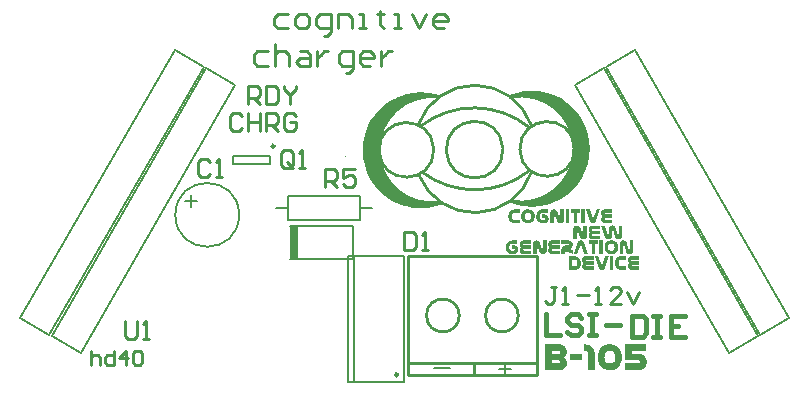
<source format=gto>
%FSLAX44Y44*%
%MOMM*%
G71*
G01*
G75*
%ADD10C,0.2540*%
%ADD11R,0.6500X0.9000*%
%ADD12R,0.8000X0.9000*%
%ADD13C,1.2000*%
%ADD14C,0.8000*%
%ADD15C,0.7000*%
%ADD16C,0.2000*%
%ADD17C,1.4000*%
%ADD18C,2.0000*%
%ADD19R,2.0000X2.0000*%
%ADD20C,1.5240*%
%ADD21R,1.0000X1.0000*%
%ADD22C,1.0000*%
%ADD23C,1.6000*%
%ADD24R,1.6000X1.6000*%
%ADD25C,1.2000*%
%ADD26C,0.8000*%
%ADD27O,0.6000X2.2000*%
%ADD28R,0.9000X0.8000*%
%ADD29C,0.5000*%
%ADD30C,0.2500*%
%ADD31C,0.0250*%
%ADD32C,0.4000*%
%ADD33C,0.1500*%
%ADD34R,0.8000X2.8000*%
G36*
X174233Y141323D02*
X168146D01*
X168029Y141304D01*
X167893Y141245D01*
X167756Y141128D01*
X167737Y141089D01*
X167678Y140991D01*
X167600Y140855D01*
X167581Y140679D01*
Y140660D01*
Y140640D01*
X167600Y140523D01*
X167639Y140367D01*
X167737Y140211D01*
X167776Y140192D01*
X167854Y140133D01*
X168010Y140055D01*
X168205Y140036D01*
X174233D01*
Y137051D01*
X168146D01*
X168029Y137032D01*
X167893Y136973D01*
X167756Y136856D01*
X167737Y136817D01*
X167678Y136739D01*
X167600Y136583D01*
X167581Y136388D01*
Y136368D01*
Y136349D01*
X167600Y136212D01*
X167659Y136056D01*
X167756Y135900D01*
X167795Y135881D01*
X167873Y135822D01*
X168029Y135744D01*
X168205Y135725D01*
X174233D01*
Y132740D01*
X167639D01*
X167503Y132760D01*
X167307Y132779D01*
X167093Y132799D01*
X166859Y132857D01*
X166625Y132916D01*
X166391Y132994D01*
X166371Y133013D01*
X166293Y133052D01*
X166176Y133111D01*
X166040Y133189D01*
X165884Y133286D01*
X165708Y133423D01*
X165552Y133559D01*
X165396Y133715D01*
X165376Y133735D01*
X165337Y133793D01*
X165259Y133891D01*
X165181Y134008D01*
X165084Y134164D01*
X164986Y134359D01*
X164889Y134554D01*
X164791Y134769D01*
Y134788D01*
X164752Y134886D01*
X164732Y135003D01*
X164694Y135159D01*
X164655Y135354D01*
X164615Y135569D01*
X164596Y135803D01*
X164576Y136056D01*
Y136076D01*
Y136115D01*
Y136173D01*
X164596Y136251D01*
X164615Y136466D01*
X164655Y136700D01*
Y136720D01*
X164674Y136758D01*
X164694Y136837D01*
X164713Y136915D01*
X164791Y137129D01*
X164889Y137383D01*
Y137402D01*
X164928Y137441D01*
X164967Y137519D01*
X165006Y137597D01*
X165142Y137812D01*
X165318Y138046D01*
X165337Y138066D01*
X165357Y138104D01*
X165415Y138163D01*
X165493Y138222D01*
X165669Y138397D01*
X165903Y138573D01*
X165864Y138592D01*
X165786Y138651D01*
X165649Y138748D01*
X165493Y138885D01*
X165318Y139060D01*
X165162Y139255D01*
X165006Y139489D01*
X164869Y139743D01*
X164850Y139782D01*
X164830Y139860D01*
X164791Y140016D01*
X164732Y140211D01*
X164674Y140445D01*
X164635Y140699D01*
X164615Y140991D01*
X164596Y141284D01*
Y141304D01*
Y141382D01*
X164615Y141499D01*
Y141655D01*
X164655Y141830D01*
X164694Y142025D01*
X164732Y142220D01*
X164811Y142435D01*
X164830Y142455D01*
X164850Y142533D01*
X164908Y142630D01*
X164986Y142767D01*
X165181Y143079D01*
X165454Y143391D01*
X165474Y143410D01*
X165532Y143469D01*
X165610Y143527D01*
X165727Y143625D01*
X165884Y143742D01*
X166040Y143840D01*
X166235Y143957D01*
X166449Y144054D01*
X166469Y144074D01*
X166547Y144093D01*
X166683Y144132D01*
X166839Y144191D01*
X167034Y144230D01*
X167249Y144269D01*
X167503Y144288D01*
X167776Y144308D01*
X174233D01*
Y141323D01*
D02*
G37*
G36*
X160402Y134340D02*
Y134320D01*
X160382Y134301D01*
X160343Y134184D01*
X160265Y134028D01*
X160148Y133832D01*
X160012Y133618D01*
X159836Y133403D01*
X159641Y133208D01*
X159407Y133033D01*
X159368Y133013D01*
X159290Y132974D01*
X159153Y132916D01*
X158958Y132837D01*
X158744Y132760D01*
X158471Y132701D01*
X158178Y132662D01*
X157846Y132642D01*
X157690D01*
X157515Y132662D01*
X157281Y132701D01*
X157027Y132740D01*
X156754Y132818D01*
X156481Y132916D01*
X156227Y133052D01*
X156208Y133072D01*
X156110Y133130D01*
X155993Y133228D01*
X155857Y133364D01*
X155701Y133540D01*
X155545Y133774D01*
X155389Y134028D01*
X155272Y134340D01*
X151760Y144308D01*
X154920D01*
X157827Y135920D01*
X160753Y144308D01*
X163933D01*
X160402Y134340D01*
D02*
G37*
G36*
X146786Y141323D02*
X144367D01*
Y132740D01*
X141382D01*
Y141323D01*
X138807D01*
Y144308D01*
X146786D01*
Y141323D01*
D02*
G37*
G36*
X150921Y132740D02*
X147937D01*
Y144308D01*
X150921D01*
Y132740D01*
D02*
G37*
G36*
X142331Y104688D02*
X142448D01*
X142584Y104669D01*
X142936Y104610D01*
X143326Y104532D01*
X143774Y104396D01*
X144262Y104220D01*
X144750Y103986D01*
X145238Y103674D01*
X145491Y103498D01*
X145725Y103303D01*
X145959Y103069D01*
X146174Y102835D01*
X146388Y102562D01*
X146583Y102269D01*
X146759Y101957D01*
X146915Y101606D01*
X147052Y101236D01*
X147169Y100845D01*
X147266Y100416D01*
X147344Y99948D01*
X147383Y99460D01*
X147403Y98934D01*
Y98895D01*
Y98797D01*
Y98660D01*
X147383Y98446D01*
X147364Y98212D01*
X147325Y97939D01*
X147286Y97627D01*
X147227Y97295D01*
X147169Y96944D01*
X147071Y96573D01*
X146954Y96222D01*
X146837Y95851D01*
X146662Y95500D01*
X146486Y95169D01*
X146271Y94857D01*
X146037Y94564D01*
X146018Y94544D01*
X145979Y94506D01*
X145901Y94427D01*
X145784Y94349D01*
X145647Y94232D01*
X145471Y94115D01*
X145276Y93979D01*
X145042Y93862D01*
X144769Y93725D01*
X144477Y93589D01*
X144145Y93472D01*
X143794Y93355D01*
X143423Y93277D01*
X142994Y93198D01*
X142545Y93160D01*
X142077Y93140D01*
X137220D01*
Y104708D01*
X142233D01*
X142331Y104688D01*
D02*
G37*
G36*
X186085Y101723D02*
X181092D01*
X180936Y101684D01*
X180721Y101645D01*
X180487Y101567D01*
X180253Y101450D01*
X180038Y101274D01*
X179843Y101060D01*
X179824Y101021D01*
X179765Y100943D01*
X179687Y100767D01*
X179609Y100533D01*
X179531Y100241D01*
X179453Y99851D01*
X179414Y99636D01*
X179395Y99402D01*
X179375Y99148D01*
Y98875D01*
Y98836D01*
Y98758D01*
X179395Y98622D01*
X179414Y98446D01*
X179434Y98231D01*
X179473Y97997D01*
X179531Y97763D01*
X179609Y97510D01*
X179707Y97236D01*
X179824Y97002D01*
X179980Y96768D01*
X180155Y96554D01*
X180370Y96378D01*
X180623Y96242D01*
X180897Y96164D01*
X181228Y96125D01*
X186085D01*
Y93140D01*
X181560D01*
X181462Y93160D01*
X181345D01*
X181209Y93179D01*
X180877Y93237D01*
X180467Y93316D01*
X180019Y93452D01*
X179531Y93628D01*
X179043Y93862D01*
X178556Y94174D01*
X178302Y94349D01*
X178068Y94564D01*
X177834Y94779D01*
X177619Y95032D01*
X177405Y95286D01*
X177229Y95578D01*
X177034Y95910D01*
X176878Y96242D01*
X176742Y96612D01*
X176625Y97022D01*
X176527Y97451D01*
X176449Y97919D01*
X176410Y98407D01*
X176390Y98934D01*
Y98973D01*
Y99070D01*
Y99207D01*
X176410Y99402D01*
X176430Y99655D01*
X176469Y99929D01*
X176507Y100241D01*
X176566Y100572D01*
X176722Y101274D01*
X176820Y101626D01*
X176956Y101996D01*
X177112Y102328D01*
X177288Y102679D01*
X177483Y102991D01*
X177717Y103264D01*
X177736Y103284D01*
X177775Y103323D01*
X177854Y103401D01*
X177971Y103498D01*
X178107Y103596D01*
X178283Y103713D01*
X178478Y103849D01*
X178731Y103986D01*
X178985Y104123D01*
X179277Y104259D01*
X179609Y104376D01*
X179980Y104474D01*
X180370Y104571D01*
X180780Y104649D01*
X181228Y104688D01*
X181716Y104708D01*
X186085D01*
Y101723D01*
D02*
G37*
G36*
X196971D02*
X190884D01*
X190767Y101704D01*
X190631Y101645D01*
X190494Y101528D01*
X190475Y101489D01*
X190416Y101391D01*
X190338Y101255D01*
X190319Y101079D01*
Y101060D01*
Y101040D01*
X190338Y100923D01*
X190377Y100767D01*
X190475Y100611D01*
X190514Y100592D01*
X190592Y100533D01*
X190748Y100455D01*
X190943Y100436D01*
X196971D01*
Y97451D01*
X190884D01*
X190767Y97432D01*
X190631Y97373D01*
X190494Y97256D01*
X190475Y97217D01*
X190416Y97139D01*
X190338Y96983D01*
X190319Y96788D01*
Y96768D01*
Y96749D01*
X190338Y96612D01*
X190397Y96456D01*
X190494Y96300D01*
X190533Y96281D01*
X190611Y96222D01*
X190767Y96144D01*
X190943Y96125D01*
X196971D01*
Y93140D01*
X190377D01*
X190241Y93160D01*
X190046Y93179D01*
X189831Y93198D01*
X189597Y93257D01*
X189363Y93316D01*
X189129Y93394D01*
X189109Y93413D01*
X189031Y93452D01*
X188914Y93511D01*
X188778Y93589D01*
X188622Y93686D01*
X188446Y93823D01*
X188290Y93959D01*
X188134Y94115D01*
X188114Y94135D01*
X188075Y94193D01*
X187997Y94291D01*
X187919Y94408D01*
X187822Y94564D01*
X187724Y94759D01*
X187627Y94954D01*
X187529Y95169D01*
Y95188D01*
X187490Y95286D01*
X187470Y95403D01*
X187432Y95559D01*
X187393Y95754D01*
X187353Y95969D01*
X187334Y96203D01*
X187314Y96456D01*
Y96476D01*
Y96515D01*
Y96573D01*
X187334Y96651D01*
X187353Y96866D01*
X187393Y97100D01*
Y97120D01*
X187412Y97158D01*
X187432Y97236D01*
X187451Y97315D01*
X187529Y97529D01*
X187627Y97783D01*
Y97802D01*
X187666Y97841D01*
X187705Y97919D01*
X187744Y97997D01*
X187880Y98212D01*
X188056Y98446D01*
X188075Y98465D01*
X188095Y98504D01*
X188153Y98563D01*
X188231Y98622D01*
X188407Y98797D01*
X188641Y98973D01*
X188602Y98992D01*
X188524Y99051D01*
X188387Y99148D01*
X188231Y99285D01*
X188056Y99460D01*
X187900Y99655D01*
X187744Y99889D01*
X187607Y100143D01*
X187588Y100182D01*
X187568Y100260D01*
X187529Y100416D01*
X187470Y100611D01*
X187412Y100845D01*
X187373Y101099D01*
X187353Y101391D01*
X187334Y101684D01*
Y101704D01*
Y101782D01*
X187353Y101899D01*
Y102055D01*
X187393Y102230D01*
X187432Y102425D01*
X187470Y102620D01*
X187549Y102835D01*
X187568Y102855D01*
X187588Y102933D01*
X187646Y103030D01*
X187724Y103167D01*
X187919Y103479D01*
X188192Y103791D01*
X188212Y103810D01*
X188270Y103869D01*
X188348Y103927D01*
X188465Y104025D01*
X188622Y104142D01*
X188778Y104240D01*
X188973Y104357D01*
X189187Y104454D01*
X189207Y104474D01*
X189285Y104493D01*
X189421Y104532D01*
X189577Y104591D01*
X189772Y104630D01*
X189987Y104669D01*
X190241Y104688D01*
X190514Y104708D01*
X196971D01*
Y101723D01*
D02*
G37*
G36*
X158210D02*
X152123D01*
X152007Y101704D01*
X151870Y101645D01*
X151733Y101528D01*
X151714Y101489D01*
X151655Y101391D01*
X151577Y101255D01*
X151558Y101079D01*
Y101060D01*
Y101040D01*
X151577Y100923D01*
X151616Y100767D01*
X151714Y100611D01*
X151753Y100592D01*
X151831Y100533D01*
X151987Y100455D01*
X152182Y100436D01*
X158210D01*
Y97451D01*
X152123D01*
X152007Y97432D01*
X151870Y97373D01*
X151733Y97256D01*
X151714Y97217D01*
X151655Y97139D01*
X151577Y96983D01*
X151558Y96788D01*
Y96768D01*
Y96749D01*
X151577Y96612D01*
X151636Y96456D01*
X151733Y96300D01*
X151772Y96281D01*
X151850Y96222D01*
X152007Y96144D01*
X152182Y96125D01*
X158210D01*
Y93140D01*
X151616D01*
X151480Y93160D01*
X151285Y93179D01*
X151070Y93198D01*
X150836Y93257D01*
X150602Y93316D01*
X150368Y93394D01*
X150348Y93413D01*
X150270Y93452D01*
X150153Y93511D01*
X150017Y93589D01*
X149861Y93686D01*
X149685Y93823D01*
X149529Y93959D01*
X149373Y94115D01*
X149354Y94135D01*
X149314Y94193D01*
X149236Y94291D01*
X149158Y94408D01*
X149061Y94564D01*
X148963Y94759D01*
X148866Y94954D01*
X148768Y95169D01*
Y95188D01*
X148729Y95286D01*
X148710Y95403D01*
X148671Y95559D01*
X148632Y95754D01*
X148593Y95969D01*
X148573Y96203D01*
X148554Y96456D01*
Y96476D01*
Y96515D01*
Y96573D01*
X148573Y96651D01*
X148593Y96866D01*
X148632Y97100D01*
Y97120D01*
X148651Y97158D01*
X148671Y97236D01*
X148690Y97315D01*
X148768Y97529D01*
X148866Y97783D01*
Y97802D01*
X148905Y97841D01*
X148944Y97919D01*
X148983Y97997D01*
X149119Y98212D01*
X149295Y98446D01*
X149314Y98465D01*
X149334Y98504D01*
X149392Y98563D01*
X149471Y98622D01*
X149646Y98797D01*
X149880Y98973D01*
X149841Y98992D01*
X149763Y99051D01*
X149627Y99148D01*
X149471Y99285D01*
X149295Y99460D01*
X149139Y99655D01*
X148983Y99889D01*
X148846Y100143D01*
X148827Y100182D01*
X148807Y100260D01*
X148768Y100416D01*
X148710Y100611D01*
X148651Y100845D01*
X148612Y101099D01*
X148593Y101391D01*
X148573Y101684D01*
Y101704D01*
Y101782D01*
X148593Y101899D01*
Y102055D01*
X148632Y102230D01*
X148671Y102425D01*
X148710Y102620D01*
X148788Y102835D01*
X148807Y102855D01*
X148827Y102933D01*
X148885Y103030D01*
X148963Y103167D01*
X149158Y103479D01*
X149431Y103791D01*
X149451Y103810D01*
X149509Y103869D01*
X149588Y103927D01*
X149705Y104025D01*
X149861Y104142D01*
X150017Y104240D01*
X150212Y104357D01*
X150426Y104454D01*
X150446Y104474D01*
X150524Y104493D01*
X150660Y104532D01*
X150816Y104591D01*
X151012Y104630D01*
X151226Y104669D01*
X151480Y104688D01*
X151753Y104708D01*
X158210D01*
Y101723D01*
D02*
G37*
G36*
X175064Y93140D02*
X172079D01*
Y104708D01*
X175064D01*
Y93140D01*
D02*
G37*
G36*
X137656Y132740D02*
X134672D01*
Y144308D01*
X137656D01*
Y132740D01*
D02*
G37*
G36*
X172507Y30169D02*
X172730D01*
X172990Y30132D01*
X173621Y30020D01*
X174400Y29872D01*
X175254Y29612D01*
X176144Y29278D01*
X177109Y28833D01*
X178037Y28276D01*
X178519Y27905D01*
X178965Y27534D01*
X179410Y27126D01*
X179818Y26643D01*
X180226Y26124D01*
X180597Y25604D01*
X180931Y24973D01*
X181228Y24343D01*
X181488Y23637D01*
X181748Y22858D01*
X181933Y22042D01*
X182082Y21188D01*
X182156Y20261D01*
X182193Y19259D01*
Y19147D01*
Y19110D01*
Y19036D01*
Y18887D01*
Y18665D01*
X182156Y18442D01*
X182119Y18145D01*
X182082Y17811D01*
X182045Y17440D01*
X181896Y16624D01*
X181674Y15696D01*
X181339Y14694D01*
X180931Y13692D01*
X180412Y12653D01*
X179744Y11651D01*
X179336Y11206D01*
X178927Y10723D01*
X178445Y10315D01*
X177925Y9907D01*
X177369Y9536D01*
X176775Y9202D01*
X176144Y8905D01*
X175439Y8682D01*
X174697Y8460D01*
X173881Y8311D01*
X173027Y8237D01*
X172099Y8200D01*
X171617D01*
X171431Y8237D01*
X171209D01*
X170949Y8274D01*
X170318Y8386D01*
X169539Y8534D01*
X168685Y8794D01*
X167757Y9128D01*
X166830Y9573D01*
X165902Y10167D01*
X165420Y10501D01*
X164974Y10872D01*
X164529Y11280D01*
X164121Y11762D01*
X163713Y12282D01*
X163379Y12802D01*
X163007Y13432D01*
X162711Y14063D01*
X162451Y14768D01*
X162228Y15548D01*
X162043Y16364D01*
X161894Y17218D01*
X161820Y18145D01*
X161783Y19147D01*
Y19259D01*
Y19333D01*
Y19481D01*
X161820Y19778D01*
Y20149D01*
X161894Y20594D01*
X161931Y21114D01*
X162043Y21708D01*
X162154Y22302D01*
X162302Y22970D01*
X162451Y23637D01*
X162673Y24306D01*
X162933Y24973D01*
X163230Y25641D01*
X163601Y26272D01*
X164009Y26866D01*
X164455Y27423D01*
X164492Y27460D01*
X164566Y27534D01*
X164715Y27682D01*
X164937Y27868D01*
X165197Y28054D01*
X165531Y28313D01*
X165902Y28573D01*
X166347Y28833D01*
X166867Y29093D01*
X167423Y29315D01*
X168017Y29575D01*
X168685Y29761D01*
X169427Y29946D01*
X170207Y30095D01*
X171023Y30169D01*
X171914Y30206D01*
X172322D01*
X172507Y30169D01*
D02*
G37*
G36*
X202381Y24528D02*
X190468D01*
Y22079D01*
X196703D01*
X196925Y22042D01*
X197185Y22005D01*
X197519Y21968D01*
X198261Y21856D01*
X199078Y21634D01*
X199894Y21300D01*
X200302Y21077D01*
X200711Y20817D01*
X201082Y20520D01*
X201416Y20186D01*
X201453Y20149D01*
X201490Y20112D01*
X201564Y20001D01*
X201675Y19852D01*
X201824Y19667D01*
X201972Y19407D01*
X202121Y19147D01*
X202269Y18850D01*
X202566Y18108D01*
X202863Y17255D01*
X203048Y16253D01*
X203123Y15733D01*
Y15139D01*
Y15065D01*
Y14880D01*
X203086Y14620D01*
X203048Y14249D01*
X203011Y13803D01*
X202937Y13358D01*
X202789Y12876D01*
X202640Y12393D01*
X202603Y12356D01*
X202566Y12171D01*
X202455Y11948D01*
X202306Y11651D01*
X202084Y11280D01*
X201861Y10909D01*
X201601Y10538D01*
X201267Y10167D01*
X201230Y10130D01*
X201119Y10018D01*
X200933Y9833D01*
X200674Y9647D01*
X200340Y9425D01*
X199968Y9165D01*
X199560Y8942D01*
X199115Y8719D01*
X199041Y8682D01*
X198892Y8645D01*
X198633Y8571D01*
X198298Y8460D01*
X197890Y8348D01*
X197408Y8274D01*
X196925Y8237D01*
X196369Y8200D01*
X184754D01*
Y13878D01*
X196443D01*
X196666Y13915D01*
X196888Y14063D01*
X197037Y14138D01*
X197148Y14286D01*
Y14323D01*
X197185Y14360D01*
X197297Y14546D01*
X197408Y14806D01*
X197445Y15139D01*
Y15177D01*
Y15214D01*
X197408Y15436D01*
X197334Y15733D01*
X197148Y16030D01*
X197111Y16104D01*
X196925Y16216D01*
X196703Y16327D01*
X196369Y16401D01*
X184754D01*
Y30206D01*
X202381D01*
Y24528D01*
D02*
G37*
G36*
X128941Y30169D02*
X129349D01*
X129795Y30095D01*
X130277Y30020D01*
X130796Y29909D01*
X131279Y29761D01*
X131353Y29723D01*
X131502Y29686D01*
X131761Y29575D01*
X132058Y29427D01*
X132429Y29241D01*
X132800Y29056D01*
X133172Y28796D01*
X133543Y28499D01*
X133580Y28462D01*
X133691Y28350D01*
X133877Y28202D01*
X134062Y27979D01*
X134322Y27682D01*
X134544Y27348D01*
X134767Y26940D01*
X134990Y26532D01*
X135027Y26495D01*
X135064Y26309D01*
X135175Y26087D01*
X135287Y25753D01*
X135361Y25382D01*
X135472Y24936D01*
X135509Y24417D01*
X135547Y23897D01*
Y23860D01*
Y23823D01*
Y23712D01*
Y23563D01*
X135509Y23192D01*
X135435Y22747D01*
Y22710D01*
X135398Y22636D01*
Y22524D01*
X135361Y22376D01*
X135250Y21968D01*
X135064Y21522D01*
Y21485D01*
X135027Y21411D01*
X134953Y21300D01*
X134879Y21151D01*
X134656Y20743D01*
X134322Y20298D01*
X134285Y20261D01*
X134248Y20224D01*
X134136Y20112D01*
X133988Y19964D01*
X133617Y19630D01*
X133172Y19296D01*
X133209Y19259D01*
X133283Y19222D01*
X133394Y19110D01*
X133580Y18999D01*
X133951Y18665D01*
X134322Y18257D01*
X134359Y18219D01*
X134396Y18145D01*
X134507Y18034D01*
X134619Y17886D01*
X134841Y17477D01*
X135101Y16995D01*
Y16958D01*
X135175Y16884D01*
X135212Y16772D01*
X135287Y16587D01*
X135435Y16178D01*
X135584Y15696D01*
Y15659D01*
X135621Y15585D01*
Y15474D01*
X135658Y15325D01*
X135695Y14917D01*
X135732Y14509D01*
Y14471D01*
Y14323D01*
X135695Y14100D01*
Y13803D01*
X135621Y13470D01*
X135547Y13098D01*
X135472Y12690D01*
X135324Y12245D01*
Y12208D01*
X135250Y12059D01*
X135138Y11837D01*
X135027Y11577D01*
X134841Y11243D01*
X134619Y10909D01*
X134359Y10575D01*
X134062Y10204D01*
X134025Y10167D01*
X133914Y10056D01*
X133728Y9907D01*
X133468Y9684D01*
X133134Y9462D01*
X132763Y9202D01*
X132318Y8979D01*
X131798Y8757D01*
X131724Y8719D01*
X131539Y8682D01*
X131242Y8571D01*
X130834Y8497D01*
X130351Y8386D01*
X129757Y8274D01*
X129089Y8237D01*
X128384Y8200D01*
X117400D01*
Y30206D01*
X128644D01*
X128941Y30169D01*
D02*
G37*
G36*
X150613D02*
X151058Y30132D01*
X151541Y30095D01*
X152134Y29983D01*
X152728Y29872D01*
X153359Y29686D01*
X153396D01*
X153433Y29649D01*
X153656Y29612D01*
X153953Y29464D01*
X154361Y29315D01*
X154806Y29130D01*
X155326Y28870D01*
X155845Y28573D01*
X156328Y28202D01*
X156402Y28165D01*
X156550Y28016D01*
X156773Y27831D01*
X157070Y27534D01*
X157404Y27200D01*
X157775Y26792D01*
X158109Y26309D01*
X158443Y25790D01*
X158480Y25716D01*
X158554Y25530D01*
X158703Y25233D01*
X158851Y24825D01*
X159000Y24343D01*
X159148Y23749D01*
X159222Y23118D01*
X159259Y22413D01*
Y8200D01*
X153582D01*
Y22450D01*
Y22487D01*
Y22636D01*
X153545Y22821D01*
X153470Y23044D01*
X153322Y23303D01*
X153136Y23563D01*
X152877Y23786D01*
X152543Y24009D01*
X152506Y24046D01*
X152357Y24083D01*
X152134Y24157D01*
X151838Y24268D01*
X151466Y24380D01*
X151021Y24454D01*
X150539Y24491D01*
X149982Y24528D01*
Y30206D01*
X150279D01*
X150613Y30169D01*
D02*
G37*
G36*
X148238Y16401D02*
X137959D01*
Y22153D01*
X148238D01*
Y16401D01*
D02*
G37*
G36*
X103558Y144288D02*
X103792Y144269D01*
X104046Y144230D01*
X104319Y144191D01*
X104631Y144132D01*
X104943Y144054D01*
X105275Y143957D01*
X105606Y143840D01*
X105918Y143703D01*
X106250Y143527D01*
X106562Y143332D01*
X106855Y143118D01*
X107108Y142864D01*
X107128Y142845D01*
X107167Y142806D01*
X107225Y142708D01*
X107323Y142591D01*
X107420Y142435D01*
X107537Y142260D01*
X107654Y142025D01*
X107791Y141772D01*
X107908Y141479D01*
X108025Y141167D01*
X108142Y140796D01*
X108240Y140406D01*
X108337Y139977D01*
X108396Y139529D01*
X108435Y139021D01*
X108454Y138495D01*
Y138475D01*
Y138436D01*
Y138358D01*
Y138241D01*
X108435Y138124D01*
X108415Y137968D01*
X108396Y137792D01*
X108376Y137597D01*
X108298Y137168D01*
X108181Y136680D01*
X108006Y136154D01*
X107791Y135627D01*
X107518Y135081D01*
X107167Y134554D01*
X106952Y134320D01*
X106738Y134066D01*
X106484Y133852D01*
X106211Y133637D01*
X105918Y133442D01*
X105606Y133267D01*
X105275Y133111D01*
X104904Y132994D01*
X104514Y132877D01*
X104085Y132799D01*
X103636Y132760D01*
X103148Y132740D01*
X102173D01*
X102075Y132760D01*
X101958D01*
X101822Y132779D01*
X101490Y132837D01*
X101081Y132916D01*
X100632Y133052D01*
X100144Y133228D01*
X99656Y133462D01*
X99169Y133774D01*
X98915Y133949D01*
X98681Y134144D01*
X98447Y134359D01*
X98232Y134613D01*
X98018Y134886D01*
X97842Y135159D01*
X97647Y135491D01*
X97491Y135822D01*
X97355Y136193D01*
X97238Y136602D01*
X97140Y137032D01*
X97062Y137480D01*
X97023Y137968D01*
X97003Y138495D01*
Y138534D01*
Y138631D01*
Y138768D01*
X97023Y138982D01*
X97043Y139216D01*
X97082Y139509D01*
X97121Y139821D01*
X97179Y140153D01*
X97238Y140504D01*
X97335Y140855D01*
X97452Y141226D01*
X97589Y141577D01*
X97745Y141928D01*
X97920Y142260D01*
X98135Y142572D01*
X98369Y142864D01*
X98389Y142884D01*
X98428Y142923D01*
X98506Y143001D01*
X98623Y143098D01*
X98759Y143196D01*
X98935Y143313D01*
X99149Y143449D01*
X99383Y143586D01*
X99637Y143722D01*
X99930Y143859D01*
X100261Y143976D01*
X100612Y144074D01*
X101003Y144171D01*
X101412Y144249D01*
X101861Y144288D01*
X102329Y144308D01*
X103382D01*
X103558Y144288D01*
D02*
G37*
G36*
X119339Y141323D02*
X114462D01*
X114345Y141304D01*
X114189Y141284D01*
X113975Y141245D01*
X113741Y141148D01*
X113507Y141031D01*
X113292Y140875D01*
X113097Y140640D01*
X113077Y140601D01*
X113019Y140523D01*
X112941Y140348D01*
X112863Y140114D01*
X112785Y139821D01*
X112707Y139451D01*
X112648Y139002D01*
X112629Y138748D01*
Y138475D01*
Y138436D01*
Y138358D01*
X112648Y138222D01*
X112668Y138046D01*
X112687Y137831D01*
X112726Y137597D01*
X112785Y137363D01*
X112863Y137110D01*
X112960Y136837D01*
X113077Y136602D01*
X113233Y136368D01*
X113409Y136154D01*
X113624Y135978D01*
X113877Y135842D01*
X114150Y135764D01*
X114482Y135725D01*
X116725D01*
X116823Y135744D01*
X116940Y135803D01*
X117057Y135920D01*
Y135939D01*
X117076Y135959D01*
X117155Y136056D01*
X117213Y136212D01*
X117233Y136388D01*
Y136407D01*
Y136427D01*
X117213Y136544D01*
X117155Y136700D01*
X117057Y136875D01*
Y136895D01*
X117037Y136915D01*
X116959Y136993D01*
X116842Y137071D01*
X116764Y137110D01*
X114443D01*
Y140094D01*
X116881D01*
X117018Y140075D01*
X117213Y140055D01*
X117408Y140016D01*
X117642Y139958D01*
X117876Y139880D01*
X118110Y139782D01*
X118130Y139763D01*
X118227Y139724D01*
X118344Y139665D01*
X118481Y139567D01*
X118657Y139451D01*
X118852Y139314D01*
X119027Y139138D01*
X119203Y138963D01*
X119222Y138943D01*
X119281Y138865D01*
X119359Y138768D01*
X119476Y138631D01*
X119593Y138456D01*
X119710Y138260D01*
X119827Y138026D01*
X119944Y137792D01*
X119964Y137773D01*
X119983Y137675D01*
X120022Y137558D01*
X120081Y137383D01*
X120139Y137188D01*
X120178Y136973D01*
X120198Y136739D01*
X120217Y136485D01*
Y136446D01*
Y136349D01*
X120198Y136193D01*
X120178Y135998D01*
X120139Y135764D01*
X120100Y135510D01*
X120022Y135237D01*
X119924Y134983D01*
X119905Y134964D01*
X119866Y134866D01*
X119808Y134749D01*
X119729Y134593D01*
X119612Y134398D01*
X119495Y134203D01*
X119339Y134008D01*
X119164Y133813D01*
X119144Y133793D01*
X119086Y133735D01*
X118969Y133637D01*
X118852Y133540D01*
X118676Y133403D01*
X118481Y133286D01*
X118286Y133150D01*
X118052Y133033D01*
X118032Y133013D01*
X117954Y132994D01*
X117818Y132955D01*
X117662Y132896D01*
X117467Y132837D01*
X117252Y132799D01*
X116998Y132760D01*
X116745Y132740D01*
X114814D01*
X114716Y132760D01*
X114599D01*
X114462Y132779D01*
X114131Y132837D01*
X113721Y132916D01*
X113272Y133052D01*
X112785Y133228D01*
X112297Y133462D01*
X111810Y133774D01*
X111556Y133949D01*
X111322Y134144D01*
X111088Y134359D01*
X110873Y134613D01*
X110659Y134886D01*
X110483Y135159D01*
X110288Y135491D01*
X110132Y135822D01*
X109995Y136193D01*
X109878Y136602D01*
X109781Y137032D01*
X109703Y137480D01*
X109664Y137968D01*
X109644Y138495D01*
Y138553D01*
Y138573D01*
Y138612D01*
Y138690D01*
X109664Y138807D01*
Y138924D01*
X109683Y139080D01*
X109703Y139255D01*
X109742Y139451D01*
X109820Y139880D01*
X109937Y140367D01*
X110112Y140894D01*
X110327Y141440D01*
X110620Y141967D01*
X110971Y142494D01*
X111185Y142728D01*
X111400Y142981D01*
X111653Y143196D01*
X111907Y143410D01*
X112200Y143605D01*
X112531Y143781D01*
X112863Y143937D01*
X113233Y144054D01*
X113624Y144171D01*
X114033Y144249D01*
X114482Y144288D01*
X114970Y144308D01*
X119339D01*
Y141323D01*
D02*
G37*
G36*
X124996Y144366D02*
X125191Y144347D01*
X125426Y144288D01*
X125718Y144210D01*
X126030Y144074D01*
X126362Y143898D01*
X126674Y143645D01*
X126693D01*
X126713Y143605D01*
X126811Y143508D01*
X126967Y143332D01*
X127142Y143118D01*
X127357Y142825D01*
X127571Y142474D01*
X127766Y142064D01*
X127942Y141596D01*
X129834Y135764D01*
Y135744D01*
X129873Y135705D01*
X129912Y135647D01*
X129971Y135627D01*
X129990D01*
X130029Y135647D01*
X130068Y135705D01*
X130088Y135822D01*
Y144288D01*
X133189D01*
Y135764D01*
Y135725D01*
Y135647D01*
X133170Y135510D01*
X133150Y135335D01*
X133131Y135139D01*
X133092Y134925D01*
X133014Y134691D01*
X132936Y134476D01*
X132916Y134457D01*
X132897Y134379D01*
X132838Y134262D01*
X132760Y134125D01*
X132663Y133969D01*
X132526Y133813D01*
X132390Y133637D01*
X132233Y133481D01*
X132214Y133462D01*
X132156Y133423D01*
X132058Y133345D01*
X131941Y133247D01*
X131785Y133150D01*
X131609Y133052D01*
X131414Y132955D01*
X131200Y132857D01*
X131180D01*
X131102Y132818D01*
X130985Y132799D01*
X130829Y132760D01*
X130634Y132720D01*
X130419Y132682D01*
X130166Y132662D01*
X129912Y132642D01*
X129815D01*
X129737Y132662D01*
X129542Y132682D01*
X129307Y132720D01*
X129015Y132799D01*
X128722Y132896D01*
X128410Y133052D01*
X128098Y133247D01*
X128059Y133267D01*
X127962Y133364D01*
X127825Y133501D01*
X127649Y133696D01*
X127454Y133930D01*
X127259Y134242D01*
X127084Y134593D01*
X126928Y134983D01*
X124899Y141245D01*
Y141265D01*
X124879Y141323D01*
X124840Y141362D01*
X124762Y141382D01*
X124743D01*
X124723Y141362D01*
X124684Y141323D01*
X124665Y141226D01*
Y132740D01*
X121563D01*
Y141245D01*
Y141284D01*
Y141362D01*
X121583Y141499D01*
X121602Y141674D01*
X121622Y141869D01*
X121661Y142084D01*
X121719Y142318D01*
X121797Y142533D01*
X121817Y142552D01*
X121836Y142630D01*
X121895Y142747D01*
X121973Y142884D01*
X122070Y143040D01*
X122187Y143196D01*
X122480Y143527D01*
X122500Y143547D01*
X122558Y143586D01*
X122655Y143664D01*
X122773Y143762D01*
X122929Y143859D01*
X123124Y143957D01*
X123319Y144054D01*
X123533Y144152D01*
X123553Y144171D01*
X123631Y144191D01*
X123767Y144230D01*
X123924Y144269D01*
X124118Y144308D01*
X124333Y144347D01*
X124567Y144386D01*
X124918D01*
X124996Y144366D01*
D02*
G37*
G36*
X95736Y141323D02*
X90742D01*
X90586Y141284D01*
X90371Y141245D01*
X90137Y141167D01*
X89903Y141050D01*
X89688Y140875D01*
X89493Y140660D01*
X89474Y140621D01*
X89415Y140543D01*
X89337Y140367D01*
X89259Y140133D01*
X89181Y139841D01*
X89103Y139451D01*
X89064Y139236D01*
X89045Y139002D01*
X89025Y138748D01*
Y138475D01*
Y138436D01*
Y138358D01*
X89045Y138222D01*
X89064Y138046D01*
X89084Y137831D01*
X89123Y137597D01*
X89181Y137363D01*
X89259Y137110D01*
X89357Y136837D01*
X89474Y136602D01*
X89630Y136368D01*
X89805Y136154D01*
X90020Y135978D01*
X90274Y135842D01*
X90547Y135764D01*
X90878Y135725D01*
X95736D01*
Y132740D01*
X91210D01*
X91112Y132760D01*
X90995D01*
X90859Y132779D01*
X90527Y132837D01*
X90118Y132916D01*
X89669Y133052D01*
X89181Y133228D01*
X88694Y133462D01*
X88206Y133774D01*
X87952Y133949D01*
X87718Y134164D01*
X87484Y134379D01*
X87269Y134632D01*
X87055Y134886D01*
X86879Y135178D01*
X86684Y135510D01*
X86528Y135842D01*
X86392Y136212D01*
X86275Y136622D01*
X86177Y137051D01*
X86099Y137519D01*
X86060Y138007D01*
X86040Y138534D01*
Y138573D01*
Y138670D01*
Y138807D01*
X86060Y139002D01*
X86080Y139255D01*
X86118Y139529D01*
X86158Y139841D01*
X86216Y140172D01*
X86372Y140875D01*
X86470Y141226D01*
X86606Y141596D01*
X86762Y141928D01*
X86938Y142279D01*
X87133Y142591D01*
X87367Y142864D01*
X87387Y142884D01*
X87425Y142923D01*
X87503Y143001D01*
X87621Y143098D01*
X87757Y143196D01*
X87933Y143313D01*
X88128Y143449D01*
X88381Y143586D01*
X88635Y143722D01*
X88928Y143859D01*
X89259Y143976D01*
X89630Y144074D01*
X90020Y144171D01*
X90430Y144249D01*
X90878Y144288D01*
X91366Y144308D01*
X95736D01*
Y141323D01*
D02*
G37*
G36*
X166183Y106460D02*
X163198D01*
Y118028D01*
X166183D01*
Y106460D01*
D02*
G37*
G36*
X174064Y118008D02*
X174298Y117989D01*
X174551Y117950D01*
X174825Y117911D01*
X175137Y117852D01*
X175449Y117774D01*
X175780Y117677D01*
X176112Y117560D01*
X176424Y117423D01*
X176756Y117247D01*
X177068Y117052D01*
X177360Y116838D01*
X177614Y116584D01*
X177634Y116565D01*
X177673Y116526D01*
X177731Y116428D01*
X177829Y116311D01*
X177926Y116155D01*
X178043Y115979D01*
X178160Y115745D01*
X178297Y115492D01*
X178414Y115199D01*
X178531Y114887D01*
X178648Y114516D01*
X178745Y114126D01*
X178843Y113697D01*
X178902Y113249D01*
X178941Y112741D01*
X178960Y112215D01*
Y112195D01*
Y112156D01*
Y112078D01*
Y111961D01*
X178941Y111844D01*
X178921Y111688D01*
X178902Y111512D01*
X178882Y111317D01*
X178804Y110888D01*
X178687Y110400D01*
X178511Y109874D01*
X178297Y109347D01*
X178024Y108801D01*
X177673Y108274D01*
X177458Y108040D01*
X177243Y107787D01*
X176990Y107572D01*
X176717Y107357D01*
X176424Y107162D01*
X176112Y106987D01*
X175780Y106831D01*
X175410Y106714D01*
X175020Y106597D01*
X174590Y106518D01*
X174142Y106480D01*
X173654Y106460D01*
X172679D01*
X172581Y106480D01*
X172464D01*
X172328Y106499D01*
X171996Y106558D01*
X171586Y106636D01*
X171138Y106772D01*
X170650Y106948D01*
X170162Y107182D01*
X169675Y107494D01*
X169421Y107669D01*
X169187Y107865D01*
X168953Y108079D01*
X168738Y108333D01*
X168524Y108606D01*
X168348Y108879D01*
X168153Y109211D01*
X167997Y109542D01*
X167861Y109913D01*
X167743Y110322D01*
X167646Y110752D01*
X167568Y111200D01*
X167529Y111688D01*
X167509Y112215D01*
Y112254D01*
Y112351D01*
Y112488D01*
X167529Y112702D01*
X167548Y112936D01*
X167587Y113229D01*
X167626Y113541D01*
X167685Y113873D01*
X167743Y114224D01*
X167841Y114575D01*
X167958Y114946D01*
X168095Y115297D01*
X168251Y115648D01*
X168426Y115979D01*
X168641Y116292D01*
X168875Y116584D01*
X168894Y116604D01*
X168933Y116643D01*
X169011Y116721D01*
X169128Y116818D01*
X169265Y116916D01*
X169441Y117033D01*
X169655Y117170D01*
X169889Y117306D01*
X170143Y117443D01*
X170435Y117579D01*
X170767Y117696D01*
X171118Y117794D01*
X171508Y117891D01*
X171918Y117969D01*
X172367Y118008D01*
X172835Y118028D01*
X173888D01*
X174064Y118008D01*
D02*
G37*
G36*
X147788Y118145D02*
X148002Y118106D01*
X148256Y118067D01*
X148509Y117989D01*
X148782Y117872D01*
X149036Y117735D01*
X149075Y117716D01*
X149153Y117657D01*
X149270Y117560D01*
X149407Y117423D01*
X149563Y117228D01*
X149738Y117013D01*
X149894Y116740D01*
X150031Y116428D01*
X153562Y106460D01*
X150382D01*
X147456Y114809D01*
X144549Y106460D01*
X141389D01*
X144901Y116428D01*
Y116448D01*
X144920Y116467D01*
X144959Y116584D01*
X145037Y116740D01*
X145154Y116935D01*
X145291Y117150D01*
X145466Y117365D01*
X145661Y117560D01*
X145895Y117735D01*
X145934Y117755D01*
X146012Y117794D01*
X146168Y117872D01*
X146344Y117950D01*
X146578Y118028D01*
X146851Y118106D01*
X147144Y118145D01*
X147475Y118164D01*
X147632D01*
X147788Y118145D01*
D02*
G37*
G36*
X162047Y115043D02*
X159628D01*
Y106460D01*
X156644D01*
Y115043D01*
X154069D01*
Y118028D01*
X162047D01*
Y115043D01*
D02*
G37*
G36*
X144513Y130696D02*
X144708Y130677D01*
X144942Y130618D01*
X145235Y130540D01*
X145547Y130404D01*
X145879Y130228D01*
X146191Y129974D01*
X146210D01*
X146230Y129936D01*
X146327Y129838D01*
X146483Y129662D01*
X146659Y129448D01*
X146874Y129155D01*
X147088Y128804D01*
X147283Y128394D01*
X147459Y127926D01*
X149351Y122094D01*
Y122074D01*
X149390Y122035D01*
X149429Y121977D01*
X149488Y121957D01*
X149507D01*
X149546Y121977D01*
X149585Y122035D01*
X149605Y122152D01*
Y130618D01*
X152706D01*
Y122094D01*
Y122055D01*
Y121977D01*
X152687Y121840D01*
X152667Y121664D01*
X152648Y121469D01*
X152609Y121255D01*
X152531Y121021D01*
X152453Y120806D01*
X152433Y120787D01*
X152414Y120709D01*
X152355Y120592D01*
X152277Y120455D01*
X152180Y120299D01*
X152043Y120143D01*
X151906Y119967D01*
X151750Y119811D01*
X151731Y119792D01*
X151672Y119753D01*
X151575Y119675D01*
X151458Y119577D01*
X151302Y119480D01*
X151126Y119382D01*
X150931Y119285D01*
X150717Y119187D01*
X150697D01*
X150619Y119148D01*
X150502Y119129D01*
X150346Y119089D01*
X150151Y119051D01*
X149936Y119011D01*
X149683Y118992D01*
X149429Y118973D01*
X149332D01*
X149254Y118992D01*
X149059Y119011D01*
X148824Y119051D01*
X148532Y119129D01*
X148239Y119226D01*
X147927Y119382D01*
X147615Y119577D01*
X147576Y119597D01*
X147478Y119694D01*
X147342Y119831D01*
X147166Y120026D01*
X146971Y120260D01*
X146776Y120572D01*
X146601Y120923D01*
X146445Y121313D01*
X144416Y127575D01*
Y127595D01*
X144396Y127653D01*
X144357Y127692D01*
X144279Y127712D01*
X144260D01*
X144240Y127692D01*
X144201Y127653D01*
X144182Y127556D01*
Y119070D01*
X141080D01*
Y127575D01*
Y127614D01*
Y127692D01*
X141100Y127829D01*
X141119Y128004D01*
X141138Y128199D01*
X141178Y128414D01*
X141236Y128648D01*
X141314Y128863D01*
X141334Y128882D01*
X141353Y128960D01*
X141412Y129077D01*
X141490Y129214D01*
X141587Y129370D01*
X141704Y129526D01*
X141997Y129858D01*
X142016Y129877D01*
X142075Y129916D01*
X142172Y129994D01*
X142289Y130092D01*
X142445Y130189D01*
X142641Y130287D01*
X142836Y130384D01*
X143050Y130482D01*
X143070Y130501D01*
X143148Y130521D01*
X143284Y130560D01*
X143440Y130599D01*
X143636Y130638D01*
X143850Y130677D01*
X144084Y130716D01*
X144435D01*
X144513Y130696D01*
D02*
G37*
G36*
X112090Y244520D02*
X118392Y243266D01*
X124475Y241201D01*
X130237Y238360D01*
X135579Y234790D01*
X140409Y230555D01*
X144645Y225724D01*
X148214Y220382D01*
X151056Y214620D01*
X153121Y208537D01*
X154374Y202236D01*
X154795Y195825D01*
X154374Y189414D01*
X153121Y183113D01*
X151056Y177030D01*
X148214Y171268D01*
X144645Y165926D01*
X140409Y161096D01*
X135579Y156860D01*
X130237Y153290D01*
X124475Y150449D01*
X118392Y148384D01*
X112090Y147130D01*
X105680Y146710D01*
X99269Y147130D01*
X92968Y148384D01*
X88893Y149767D01*
X88894Y149761D01*
X87739Y149991D01*
X87735Y149966D01*
X87011Y150266D01*
X86607Y151241D01*
X86932Y152026D01*
X86962Y152003D01*
X87133Y152416D01*
X88108Y152820D01*
X88577Y152626D01*
X88577Y152625D01*
X88555Y152572D01*
X89547Y152235D01*
X89549Y152229D01*
X90965Y151947D01*
X96687Y151572D01*
X102409Y151947D01*
X108033Y153066D01*
X113462Y154909D01*
X118605Y157445D01*
X123373Y160631D01*
X127684Y164412D01*
X131465Y168723D01*
X134650Y173490D01*
X137187Y178633D01*
X139030Y184063D01*
X140148Y189687D01*
X140524Y195409D01*
X140148Y201131D01*
X139030Y206755D01*
X137187Y212184D01*
X134650Y217327D01*
X131465Y222095D01*
X127684Y226406D01*
X123373Y230187D01*
X118605Y233372D01*
X113462Y235909D01*
X108033Y237752D01*
X102409Y238871D01*
X96687Y239245D01*
X90965Y238871D01*
X87802Y238242D01*
X87808Y238218D01*
X87544Y238109D01*
X86569Y238512D01*
X86279Y239213D01*
X86281Y239206D01*
X85990Y239909D01*
X86394Y240884D01*
X86880Y241086D01*
X86841Y241180D01*
X86884Y241201D01*
X92968Y243266D01*
X99269Y244520D01*
X105680Y244940D01*
X112090Y244520D01*
D02*
G37*
G36*
X18290Y242920D02*
X24592Y241666D01*
X26386Y241057D01*
X26381Y241040D01*
X26382Y241046D01*
X26836Y240858D01*
X26835D01*
X26828Y240795D01*
X26869Y240844D01*
X26836Y240858D01*
X27441Y240818D01*
X27434Y240764D01*
X28237Y240432D01*
X28641Y239457D01*
X28237Y238482D01*
X27262Y238078D01*
X27090Y238149D01*
X27108Y238287D01*
X21388Y238662D01*
X15666Y238287D01*
X10042Y237168D01*
X4612Y235325D01*
X-530Y232789D01*
X-5298Y229603D01*
X-9609Y225822D01*
X-13390Y221511D01*
X-16576Y216744D01*
X-19112Y211601D01*
X-20955Y206171D01*
X-22074Y200547D01*
X-22449Y194825D01*
X-22074Y189103D01*
X-20955Y183479D01*
X-19112Y178050D01*
X-16576Y172907D01*
X-13390Y168139D01*
X-9609Y163828D01*
X-5298Y160047D01*
X-530Y156861D01*
X4612Y154325D01*
X10042Y152482D01*
X15666Y151363D01*
X21388Y150988D01*
X27110Y151363D01*
X28557Y151651D01*
X28548Y151706D01*
X28762Y151795D01*
X29737Y151391D01*
X29762Y151332D01*
X30722Y150934D01*
X31126Y149959D01*
X30722Y148984D01*
X30224Y148778D01*
X30253Y148706D01*
X24592Y146784D01*
X18290Y145530D01*
X11880Y145110D01*
X5469Y145530D01*
X-832Y146784D01*
X-6916Y148849D01*
X-12678Y151690D01*
X-18020Y155260D01*
X-22850Y159496D01*
X-27086Y164326D01*
X-30655Y169668D01*
X-33497Y175430D01*
X-35562Y181513D01*
X-36815Y187814D01*
X-37235Y194225D01*
X-36815Y200636D01*
X-35562Y206937D01*
X-33497Y213020D01*
X-30655Y218783D01*
X-27086Y224124D01*
X-22850Y228955D01*
X-18020Y233190D01*
X-12678Y236760D01*
X-6916Y239601D01*
X-832Y241666D01*
X5469Y242920D01*
X11880Y243340D01*
X18290Y242920D01*
D02*
G37*
G36*
X163650Y127653D02*
X157564D01*
X157446Y127634D01*
X157310Y127575D01*
X157173Y127458D01*
X157154Y127419D01*
X157095Y127322D01*
X157017Y127185D01*
X156998Y127009D01*
Y126990D01*
Y126970D01*
X157017Y126853D01*
X157056Y126697D01*
X157154Y126541D01*
X157193Y126522D01*
X157271Y126463D01*
X157427Y126385D01*
X157622Y126366D01*
X163650D01*
Y123381D01*
X157564D01*
X157446Y123362D01*
X157310Y123303D01*
X157173Y123186D01*
X157154Y123147D01*
X157095Y123069D01*
X157017Y122913D01*
X156998Y122718D01*
Y122698D01*
Y122679D01*
X157017Y122542D01*
X157076Y122386D01*
X157173Y122230D01*
X157212Y122211D01*
X157290Y122152D01*
X157446Y122074D01*
X157622Y122055D01*
X163650D01*
Y119070D01*
X157056D01*
X156920Y119089D01*
X156725Y119109D01*
X156510Y119129D01*
X156276Y119187D01*
X156042Y119246D01*
X155808Y119324D01*
X155788Y119343D01*
X155710Y119382D01*
X155593Y119441D01*
X155457Y119519D01*
X155301Y119616D01*
X155125Y119753D01*
X154969Y119889D01*
X154813Y120045D01*
X154794Y120065D01*
X154755Y120123D01*
X154677Y120221D01*
X154599Y120338D01*
X154501Y120494D01*
X154403Y120689D01*
X154306Y120884D01*
X154208Y121099D01*
Y121118D01*
X154169Y121216D01*
X154150Y121333D01*
X154111Y121489D01*
X154072Y121684D01*
X154033Y121898D01*
X154013Y122133D01*
X153994Y122386D01*
Y122406D01*
Y122445D01*
Y122503D01*
X154013Y122581D01*
X154033Y122796D01*
X154072Y123030D01*
Y123049D01*
X154091Y123089D01*
X154111Y123167D01*
X154130Y123244D01*
X154208Y123459D01*
X154306Y123713D01*
Y123732D01*
X154345Y123771D01*
X154384Y123849D01*
X154423Y123927D01*
X154559Y124142D01*
X154735Y124376D01*
X154755Y124396D01*
X154774Y124434D01*
X154833Y124493D01*
X154911Y124551D01*
X155086Y124727D01*
X155320Y124903D01*
X155281Y124922D01*
X155203Y124981D01*
X155067Y125078D01*
X154911Y125215D01*
X154735Y125390D01*
X154579Y125585D01*
X154423Y125820D01*
X154286Y126073D01*
X154267Y126112D01*
X154247Y126190D01*
X154208Y126346D01*
X154150Y126541D01*
X154091Y126775D01*
X154052Y127029D01*
X154033Y127322D01*
X154013Y127614D01*
Y127634D01*
Y127712D01*
X154033Y127829D01*
Y127985D01*
X154072Y128160D01*
X154111Y128355D01*
X154150Y128551D01*
X154228Y128765D01*
X154247Y128785D01*
X154267Y128863D01*
X154325Y128960D01*
X154403Y129097D01*
X154599Y129409D01*
X154872Y129721D01*
X154891Y129740D01*
X154950Y129799D01*
X155028Y129858D01*
X155145Y129955D01*
X155301Y130072D01*
X155457Y130170D01*
X155652Y130287D01*
X155866Y130384D01*
X155886Y130404D01*
X155964Y130423D01*
X156101Y130462D01*
X156257Y130521D01*
X156452Y130560D01*
X156666Y130599D01*
X156920Y130618D01*
X157193Y130638D01*
X163650D01*
Y127653D01*
D02*
G37*
G36*
X174418Y130677D02*
X174613Y130657D01*
X174847Y130599D01*
X175140Y130521D01*
X175452Y130384D01*
X175783Y130209D01*
X176095Y129955D01*
X176115D01*
X176134Y129916D01*
X176232Y129818D01*
X176388Y129662D01*
X176564Y129428D01*
X176778Y129136D01*
X176993Y128785D01*
X177188Y128375D01*
X177363Y127907D01*
X179256Y122094D01*
Y122074D01*
X179295Y122035D01*
X179334Y121977D01*
X179392Y121957D01*
X179412D01*
X179451Y121977D01*
X179490Y122035D01*
X179509Y122152D01*
Y130638D01*
X182611D01*
Y122094D01*
Y122055D01*
Y121977D01*
X182591Y121840D01*
X182572Y121664D01*
X182552Y121469D01*
X182513Y121255D01*
X182435Y121021D01*
X182357Y120806D01*
X182338Y120787D01*
X182318Y120709D01*
X182260Y120592D01*
X182182Y120455D01*
X182084Y120299D01*
X181948Y120143D01*
X181811Y119967D01*
X181655Y119811D01*
X181635Y119792D01*
X181577Y119753D01*
X181479Y119675D01*
X181362Y119577D01*
X181206Y119480D01*
X181031Y119382D01*
X180836Y119285D01*
X180621Y119187D01*
X180602D01*
X180524Y119148D01*
X180406Y119129D01*
X180250Y119089D01*
X180055Y119051D01*
X179841Y119011D01*
X179587Y118992D01*
X179334Y118973D01*
X179178D01*
X179060Y118992D01*
X178924D01*
X178768Y119031D01*
X178436Y119089D01*
X178417D01*
X178358Y119109D01*
X178280Y119148D01*
X178183Y119187D01*
X177910Y119304D01*
X177617Y119480D01*
X177598Y119499D01*
X177558Y119519D01*
X177480Y119577D01*
X177383Y119655D01*
X177168Y119850D01*
X176934Y120104D01*
X176915Y120123D01*
X176895Y120162D01*
X176837Y120240D01*
X176759Y120358D01*
X176700Y120475D01*
X176622Y120631D01*
X176466Y120962D01*
X174340Y127575D01*
Y127595D01*
X174301Y127634D01*
X174262Y127673D01*
X174184Y127692D01*
X174164D01*
X174145Y127673D01*
X174106Y127614D01*
X174086Y127517D01*
Y122094D01*
Y122055D01*
Y121977D01*
X174067Y121840D01*
X174047Y121664D01*
X174028Y121469D01*
X173989Y121255D01*
X173911Y121021D01*
X173833Y120806D01*
X173813Y120787D01*
X173794Y120709D01*
X173735Y120592D01*
X173657Y120455D01*
X173559Y120299D01*
X173423Y120143D01*
X173286Y119967D01*
X173130Y119811D01*
X173111Y119792D01*
X173052Y119753D01*
X172955Y119675D01*
X172838Y119577D01*
X172682Y119480D01*
X172506Y119382D01*
X172311Y119285D01*
X172097Y119187D01*
X172077D01*
X171999Y119148D01*
X171882Y119129D01*
X171726Y119089D01*
X171531Y119051D01*
X171316Y119011D01*
X171063Y118992D01*
X170809Y118973D01*
X170653D01*
X170536Y118992D01*
X170399D01*
X170263Y119031D01*
X169931Y119089D01*
X169912D01*
X169853Y119109D01*
X169775Y119148D01*
X169658Y119187D01*
X169385Y119304D01*
X169092Y119460D01*
X169073Y119480D01*
X169034Y119519D01*
X168956Y119558D01*
X168878Y119636D01*
X168644Y119850D01*
X168410Y120104D01*
X168390Y120123D01*
X168351Y120182D01*
X168293Y120260D01*
X168234Y120358D01*
X168156Y120494D01*
X168078Y120650D01*
X167922Y121021D01*
X164508Y130638D01*
X167805D01*
X170731Y122133D01*
Y122113D01*
X170751Y122055D01*
X170790Y121977D01*
X170868Y121957D01*
X170887D01*
X170926Y121977D01*
X170965Y122035D01*
X170984Y122152D01*
Y127575D01*
Y127614D01*
Y127692D01*
X171004Y127829D01*
X171024Y128004D01*
X171043Y128199D01*
X171082Y128414D01*
X171141Y128629D01*
X171219Y128843D01*
X171238Y128863D01*
X171258Y128941D01*
X171316Y129058D01*
X171394Y129194D01*
X171511Y129350D01*
X171628Y129506D01*
X171765Y129682D01*
X171921Y129838D01*
X171940Y129858D01*
X171999Y129896D01*
X172097Y129974D01*
X172213Y130072D01*
X172370Y130170D01*
X172545Y130267D01*
X172740Y130365D01*
X172955Y130462D01*
X172974Y130482D01*
X173052Y130501D01*
X173189Y130540D01*
X173345Y130579D01*
X173540Y130618D01*
X173755Y130657D01*
X173989Y130696D01*
X174340D01*
X174418Y130677D01*
D02*
G37*
G36*
X183739Y118086D02*
X183934Y118067D01*
X184168Y118008D01*
X184461Y117930D01*
X184773Y117794D01*
X185105Y117618D01*
X185417Y117365D01*
X185436D01*
X185456Y117325D01*
X185553Y117228D01*
X185710Y117052D01*
X185885Y116838D01*
X186100Y116545D01*
X186314Y116194D01*
X186509Y115785D01*
X186685Y115316D01*
X188577Y109484D01*
Y109464D01*
X188616Y109425D01*
X188655Y109367D01*
X188714Y109347D01*
X188733D01*
X188772Y109367D01*
X188811Y109425D01*
X188831Y109542D01*
Y118008D01*
X191932D01*
Y109484D01*
Y109445D01*
Y109367D01*
X191913Y109230D01*
X191893Y109054D01*
X191874Y108859D01*
X191835Y108645D01*
X191757Y108411D01*
X191679Y108196D01*
X191659Y108177D01*
X191640Y108099D01*
X191581Y107982D01*
X191503Y107845D01*
X191406Y107689D01*
X191269Y107533D01*
X191133Y107357D01*
X190977Y107201D01*
X190957Y107182D01*
X190898Y107143D01*
X190801Y107065D01*
X190684Y106967D01*
X190528Y106870D01*
X190352Y106772D01*
X190157Y106675D01*
X189943Y106577D01*
X189923D01*
X189845Y106538D01*
X189728Y106518D01*
X189572Y106480D01*
X189377Y106440D01*
X189162Y106402D01*
X188909Y106382D01*
X188655Y106362D01*
X188558D01*
X188480Y106382D01*
X188284Y106402D01*
X188050Y106440D01*
X187758Y106518D01*
X187465Y106616D01*
X187153Y106772D01*
X186841Y106967D01*
X186802Y106987D01*
X186704Y107084D01*
X186568Y107221D01*
X186392Y107416D01*
X186197Y107650D01*
X186002Y107962D01*
X185827Y108313D01*
X185671Y108703D01*
X183642Y114965D01*
Y114985D01*
X183622Y115043D01*
X183583Y115082D01*
X183505Y115102D01*
X183486D01*
X183466Y115082D01*
X183427Y115043D01*
X183408Y114946D01*
Y106460D01*
X180306D01*
Y114965D01*
Y115004D01*
Y115082D01*
X180326Y115219D01*
X180345Y115394D01*
X180365Y115589D01*
X180404Y115804D01*
X180462Y116038D01*
X180540Y116253D01*
X180560Y116272D01*
X180579Y116350D01*
X180638Y116467D01*
X180716Y116604D01*
X180813Y116760D01*
X180930Y116916D01*
X181223Y117247D01*
X181242Y117267D01*
X181301Y117306D01*
X181399Y117384D01*
X181516Y117482D01*
X181672Y117579D01*
X181867Y117677D01*
X182062Y117774D01*
X182276Y117872D01*
X182296Y117891D01*
X182374Y117911D01*
X182510Y117950D01*
X182666Y117989D01*
X182861Y118028D01*
X183076Y118067D01*
X183310Y118106D01*
X183661D01*
X183739Y118086D01*
D02*
G37*
G36*
X137020Y118008D02*
X137273Y117989D01*
X137546Y117950D01*
X137839Y117911D01*
X138132Y117833D01*
X138424Y117735D01*
X138463Y117716D01*
X138541Y117677D01*
X138678Y117618D01*
X138853Y117521D01*
X139048Y117403D01*
X139243Y117267D01*
X139438Y117111D01*
X139634Y116935D01*
X139653Y116916D01*
X139712Y116857D01*
X139790Y116740D01*
X139887Y116604D01*
X140004Y116448D01*
X140121Y116253D01*
X140219Y116018D01*
X140316Y115785D01*
X140336Y115765D01*
X140355Y115667D01*
X140394Y115550D01*
X140433Y115375D01*
X140472Y115160D01*
X140492Y114946D01*
X140531Y114692D01*
Y114419D01*
Y114399D01*
Y114302D01*
Y114185D01*
X140511Y114029D01*
X140492Y113834D01*
X140453Y113619D01*
X140336Y113151D01*
Y113132D01*
X140297Y113053D01*
X140258Y112936D01*
X140199Y112780D01*
X140121Y112605D01*
X140024Y112410D01*
X139887Y112215D01*
X139751Y112020D01*
X139731Y112000D01*
X139673Y111941D01*
X139594Y111844D01*
X139478Y111727D01*
X139341Y111610D01*
X139165Y111473D01*
X138951Y111337D01*
X138736Y111200D01*
X138717Y111181D01*
X138619Y111142D01*
X138483Y111083D01*
X138307Y111025D01*
X138092Y110947D01*
X137839Y110888D01*
X137546Y110830D01*
X137215Y110791D01*
X140785Y109601D01*
Y106323D01*
X133898Y109132D01*
Y106460D01*
X130914D01*
Y110147D01*
Y110166D01*
Y110225D01*
Y110322D01*
X130933Y110440D01*
X130953Y110596D01*
X130972Y110771D01*
X131050Y111161D01*
X131167Y111590D01*
X131343Y112039D01*
X131460Y112254D01*
X131597Y112468D01*
X131753Y112663D01*
X131928Y112839D01*
X131948Y112858D01*
X131967Y112878D01*
X132026Y112917D01*
X132123Y112975D01*
X132221Y113053D01*
X132338Y113132D01*
X132494Y113209D01*
X132669Y113307D01*
X132845Y113385D01*
X133060Y113463D01*
X133294Y113541D01*
X133547Y113619D01*
X133820Y113678D01*
X134113Y113717D01*
X134425Y113756D01*
X136981D01*
X137098Y113775D01*
X137234Y113834D01*
X137371Y113931D01*
X137390Y113970D01*
X137468Y114068D01*
X137527Y114204D01*
X137546Y114399D01*
Y114419D01*
Y114438D01*
X137527Y114556D01*
X137468Y114692D01*
X137371Y114848D01*
X137351Y114887D01*
X137254Y114946D01*
X137137Y115004D01*
X136961Y115043D01*
X130914D01*
Y118028D01*
X136844D01*
X137020Y118008D01*
D02*
G37*
G36*
X167710Y94740D02*
Y94720D01*
X167690Y94701D01*
X167651Y94584D01*
X167573Y94427D01*
X167456Y94232D01*
X167320Y94018D01*
X167144Y93803D01*
X166949Y93608D01*
X166715Y93433D01*
X166676Y93413D01*
X166598Y93374D01*
X166461Y93316D01*
X166266Y93237D01*
X166052Y93160D01*
X165779Y93101D01*
X165486Y93062D01*
X165154Y93042D01*
X164998D01*
X164823Y93062D01*
X164589Y93101D01*
X164335Y93140D01*
X164062Y93218D01*
X163789Y93316D01*
X163535Y93452D01*
X163516Y93472D01*
X163418Y93530D01*
X163301Y93628D01*
X163165Y93764D01*
X163008Y93940D01*
X162852Y94174D01*
X162696Y94427D01*
X162579Y94740D01*
X159068Y104708D01*
X162228D01*
X165135Y96320D01*
X168061Y104708D01*
X171241D01*
X167710Y94740D01*
D02*
G37*
G36*
X110256Y118086D02*
X110451Y118067D01*
X110685Y118008D01*
X110977Y117930D01*
X111290Y117794D01*
X111621Y117618D01*
X111933Y117365D01*
X111953D01*
X111972Y117325D01*
X112070Y117228D01*
X112226Y117052D01*
X112402Y116838D01*
X112616Y116545D01*
X112831Y116194D01*
X113026Y115785D01*
X113201Y115316D01*
X115093Y109484D01*
Y109464D01*
X115133Y109425D01*
X115171Y109367D01*
X115230Y109347D01*
X115250D01*
X115289Y109367D01*
X115328Y109425D01*
X115347Y109542D01*
Y118008D01*
X118449D01*
Y109484D01*
Y109445D01*
Y109367D01*
X118429Y109230D01*
X118410Y109054D01*
X118390Y108859D01*
X118351Y108645D01*
X118273Y108411D01*
X118195Y108196D01*
X118176Y108177D01*
X118156Y108099D01*
X118098Y107982D01*
X118020Y107845D01*
X117922Y107689D01*
X117786Y107533D01*
X117649Y107357D01*
X117493Y107201D01*
X117473Y107182D01*
X117415Y107143D01*
X117317Y107065D01*
X117200Y106967D01*
X117044Y106870D01*
X116869Y106772D01*
X116674Y106675D01*
X116459Y106577D01*
X116440D01*
X116362Y106538D01*
X116244Y106518D01*
X116088Y106480D01*
X115893Y106440D01*
X115679Y106402D01*
X115425Y106382D01*
X115171Y106362D01*
X115074D01*
X114996Y106382D01*
X114801Y106402D01*
X114567Y106440D01*
X114274Y106518D01*
X113982Y106616D01*
X113670Y106772D01*
X113357Y106967D01*
X113318Y106987D01*
X113221Y107084D01*
X113084Y107221D01*
X112909Y107416D01*
X112714Y107650D01*
X112519Y107962D01*
X112343Y108313D01*
X112187Y108703D01*
X110158Y114965D01*
Y114985D01*
X110139Y115043D01*
X110100Y115082D01*
X110022Y115102D01*
X110002D01*
X109983Y115082D01*
X109944Y115043D01*
X109924Y114946D01*
Y106460D01*
X106822D01*
Y114965D01*
Y115004D01*
Y115082D01*
X106842Y115219D01*
X106861Y115394D01*
X106881Y115589D01*
X106920Y115804D01*
X106979Y116038D01*
X107057Y116253D01*
X107076Y116272D01*
X107095Y116350D01*
X107154Y116467D01*
X107232Y116604D01*
X107330Y116760D01*
X107447Y116916D01*
X107739Y117247D01*
X107759Y117267D01*
X107817Y117306D01*
X107915Y117384D01*
X108032Y117482D01*
X108188Y117579D01*
X108383Y117677D01*
X108578Y117774D01*
X108793Y117872D01*
X108812Y117891D01*
X108890Y117911D01*
X109027Y117950D01*
X109183Y117989D01*
X109378Y118028D01*
X109593Y118067D01*
X109827Y118106D01*
X110178D01*
X110256Y118086D01*
D02*
G37*
G36*
X129392Y115043D02*
X123306D01*
X123189Y115024D01*
X123052Y114965D01*
X122916Y114848D01*
X122896Y114809D01*
X122838Y114712D01*
X122760Y114575D01*
X122740Y114399D01*
Y114380D01*
Y114360D01*
X122760Y114243D01*
X122799Y114087D01*
X122896Y113931D01*
X122935Y113912D01*
X123013Y113853D01*
X123169Y113775D01*
X123364Y113756D01*
X129392D01*
Y110771D01*
X123306D01*
X123189Y110752D01*
X123052Y110693D01*
X122916Y110576D01*
X122896Y110537D01*
X122838Y110459D01*
X122760Y110303D01*
X122740Y110108D01*
Y110088D01*
Y110069D01*
X122760Y109932D01*
X122818Y109776D01*
X122916Y109620D01*
X122955Y109601D01*
X123033Y109542D01*
X123189Y109464D01*
X123364Y109445D01*
X129392D01*
Y106460D01*
X122799D01*
X122662Y106480D01*
X122467Y106499D01*
X122253Y106518D01*
X122019Y106577D01*
X121784Y106636D01*
X121550Y106714D01*
X121531Y106733D01*
X121453Y106772D01*
X121336Y106831D01*
X121199Y106909D01*
X121043Y107006D01*
X120868Y107143D01*
X120712Y107279D01*
X120555Y107435D01*
X120536Y107455D01*
X120497Y107513D01*
X120419Y107611D01*
X120341Y107728D01*
X120243Y107884D01*
X120146Y108079D01*
X120048Y108274D01*
X119951Y108489D01*
Y108508D01*
X119912Y108606D01*
X119892Y108723D01*
X119853Y108879D01*
X119814Y109074D01*
X119775Y109289D01*
X119756Y109523D01*
X119736Y109776D01*
Y109796D01*
Y109835D01*
Y109893D01*
X119756Y109971D01*
X119775Y110186D01*
X119814Y110420D01*
Y110440D01*
X119834Y110478D01*
X119853Y110556D01*
X119873Y110635D01*
X119951Y110849D01*
X120048Y111103D01*
Y111122D01*
X120087Y111161D01*
X120126Y111239D01*
X120165Y111317D01*
X120302Y111532D01*
X120478Y111766D01*
X120497Y111785D01*
X120517Y111825D01*
X120575Y111883D01*
X120653Y111941D01*
X120829Y112117D01*
X121063Y112293D01*
X121024Y112312D01*
X120946Y112371D01*
X120809Y112468D01*
X120653Y112605D01*
X120478Y112780D01*
X120321Y112975D01*
X120165Y113209D01*
X120029Y113463D01*
X120009Y113502D01*
X119990Y113580D01*
X119951Y113736D01*
X119892Y113931D01*
X119834Y114165D01*
X119795Y114419D01*
X119775Y114712D01*
X119756Y115004D01*
Y115024D01*
Y115102D01*
X119775Y115219D01*
Y115375D01*
X119814Y115550D01*
X119853Y115745D01*
X119892Y115941D01*
X119970Y116155D01*
X119990Y116175D01*
X120009Y116253D01*
X120068Y116350D01*
X120146Y116487D01*
X120341Y116799D01*
X120614Y117111D01*
X120633Y117130D01*
X120692Y117189D01*
X120770Y117247D01*
X120887Y117345D01*
X121043Y117462D01*
X121199Y117560D01*
X121394Y117677D01*
X121609Y117774D01*
X121628Y117794D01*
X121706Y117813D01*
X121843Y117852D01*
X121999Y117911D01*
X122194Y117950D01*
X122409Y117989D01*
X122662Y118008D01*
X122935Y118028D01*
X129392D01*
Y115043D01*
D02*
G37*
G36*
X105320D02*
X99234D01*
X99117Y115024D01*
X98981Y114965D01*
X98844Y114848D01*
X98825Y114809D01*
X98766Y114712D01*
X98688Y114575D01*
X98668Y114399D01*
Y114380D01*
Y114360D01*
X98688Y114243D01*
X98727Y114087D01*
X98825Y113931D01*
X98863Y113912D01*
X98941Y113853D01*
X99098Y113775D01*
X99293Y113756D01*
X105320D01*
Y110771D01*
X99234D01*
X99117Y110752D01*
X98981Y110693D01*
X98844Y110576D01*
X98825Y110537D01*
X98766Y110459D01*
X98688Y110303D01*
X98668Y110108D01*
Y110088D01*
Y110069D01*
X98688Y109932D01*
X98747Y109776D01*
X98844Y109620D01*
X98883Y109601D01*
X98961Y109542D01*
X99117Y109464D01*
X99293Y109445D01*
X105320D01*
Y106460D01*
X98727D01*
X98590Y106480D01*
X98395Y106499D01*
X98181Y106518D01*
X97947Y106577D01*
X97713Y106636D01*
X97479Y106714D01*
X97459Y106733D01*
X97381Y106772D01*
X97264Y106831D01*
X97127Y106909D01*
X96971Y107006D01*
X96796Y107143D01*
X96640Y107279D01*
X96484Y107435D01*
X96464Y107455D01*
X96425Y107513D01*
X96347Y107611D01*
X96269Y107728D01*
X96172Y107884D01*
X96074Y108079D01*
X95976Y108274D01*
X95879Y108489D01*
Y108508D01*
X95840Y108606D01*
X95820Y108723D01*
X95781Y108879D01*
X95742Y109074D01*
X95703Y109289D01*
X95684Y109523D01*
X95664Y109776D01*
Y109796D01*
Y109835D01*
Y109893D01*
X95684Y109971D01*
X95703Y110186D01*
X95742Y110420D01*
Y110440D01*
X95762Y110478D01*
X95781Y110556D01*
X95801Y110635D01*
X95879Y110849D01*
X95976Y111103D01*
Y111122D01*
X96016Y111161D01*
X96054Y111239D01*
X96094Y111317D01*
X96230Y111532D01*
X96406Y111766D01*
X96425Y111785D01*
X96445Y111825D01*
X96503Y111883D01*
X96581Y111941D01*
X96757Y112117D01*
X96991Y112293D01*
X96952Y112312D01*
X96874Y112371D01*
X96737Y112468D01*
X96581Y112605D01*
X96406Y112780D01*
X96250Y112975D01*
X96094Y113209D01*
X95957Y113463D01*
X95937Y113502D01*
X95918Y113580D01*
X95879Y113736D01*
X95820Y113931D01*
X95762Y114165D01*
X95723Y114419D01*
X95703Y114712D01*
X95684Y115004D01*
Y115024D01*
Y115102D01*
X95703Y115219D01*
Y115375D01*
X95742Y115550D01*
X95781Y115745D01*
X95820Y115941D01*
X95898Y116155D01*
X95918Y116175D01*
X95937Y116253D01*
X95996Y116350D01*
X96074Y116487D01*
X96269Y116799D01*
X96542Y117111D01*
X96562Y117130D01*
X96620Y117189D01*
X96698Y117247D01*
X96815Y117345D01*
X96971Y117462D01*
X97127Y117560D01*
X97322Y117677D01*
X97537Y117774D01*
X97556Y117794D01*
X97635Y117813D01*
X97771Y117852D01*
X97927Y117911D01*
X98122Y117950D01*
X98337Y117989D01*
X98590Y118008D01*
X98863Y118028D01*
X105320D01*
Y115043D01*
D02*
G37*
G36*
X93636D02*
X88759D01*
X88642Y115024D01*
X88486Y115004D01*
X88271Y114965D01*
X88037Y114868D01*
X87803Y114751D01*
X87588Y114594D01*
X87393Y114360D01*
X87374Y114321D01*
X87315Y114243D01*
X87237Y114068D01*
X87159Y113834D01*
X87081Y113541D01*
X87003Y113170D01*
X86945Y112722D01*
X86925Y112468D01*
Y112195D01*
Y112156D01*
Y112078D01*
X86945Y111941D01*
X86964Y111766D01*
X86984Y111551D01*
X87023Y111317D01*
X87081Y111083D01*
X87159Y110830D01*
X87257Y110556D01*
X87374Y110322D01*
X87530Y110088D01*
X87705Y109874D01*
X87920Y109698D01*
X88174Y109562D01*
X88447Y109484D01*
X88778Y109445D01*
X91022D01*
X91119Y109464D01*
X91236Y109523D01*
X91353Y109640D01*
Y109659D01*
X91373Y109679D01*
X91451Y109776D01*
X91509Y109932D01*
X91529Y110108D01*
Y110127D01*
Y110147D01*
X91509Y110264D01*
X91451Y110420D01*
X91353Y110596D01*
Y110615D01*
X91334Y110635D01*
X91256Y110713D01*
X91139Y110791D01*
X91061Y110830D01*
X88739D01*
Y113814D01*
X91178D01*
X91314Y113795D01*
X91509Y113775D01*
X91704Y113736D01*
X91938Y113678D01*
X92172Y113600D01*
X92407Y113502D01*
X92426Y113483D01*
X92524Y113444D01*
X92641Y113385D01*
X92777Y113287D01*
X92953Y113170D01*
X93148Y113034D01*
X93323Y112858D01*
X93499Y112683D01*
X93518Y112663D01*
X93577Y112585D01*
X93655Y112488D01*
X93772Y112351D01*
X93889Y112176D01*
X94006Y111980D01*
X94123Y111747D01*
X94240Y111512D01*
X94260Y111493D01*
X94279Y111395D01*
X94318Y111278D01*
X94377Y111103D01*
X94435Y110908D01*
X94474Y110693D01*
X94494Y110459D01*
X94513Y110205D01*
Y110166D01*
Y110069D01*
X94494Y109913D01*
X94474Y109718D01*
X94435Y109484D01*
X94396Y109230D01*
X94318Y108957D01*
X94221Y108703D01*
X94201Y108684D01*
X94162Y108586D01*
X94104Y108469D01*
X94026Y108313D01*
X93909Y108118D01*
X93792Y107923D01*
X93636Y107728D01*
X93460Y107533D01*
X93441Y107513D01*
X93382Y107455D01*
X93265Y107357D01*
X93148Y107260D01*
X92972Y107123D01*
X92777Y107006D01*
X92582Y106870D01*
X92348Y106753D01*
X92329Y106733D01*
X92251Y106714D01*
X92114Y106675D01*
X91958Y106616D01*
X91763Y106558D01*
X91548Y106518D01*
X91295Y106480D01*
X91041Y106460D01*
X89110D01*
X89012Y106480D01*
X88895D01*
X88759Y106499D01*
X88427Y106558D01*
X88018Y106636D01*
X87569Y106772D01*
X87081Y106948D01*
X86594Y107182D01*
X86106Y107494D01*
X85852Y107669D01*
X85618Y107865D01*
X85384Y108079D01*
X85169Y108333D01*
X84955Y108606D01*
X84779Y108879D01*
X84584Y109211D01*
X84428Y109542D01*
X84292Y109913D01*
X84175Y110322D01*
X84077Y110752D01*
X83999Y111200D01*
X83960Y111688D01*
X83940Y112215D01*
Y112273D01*
Y112293D01*
Y112332D01*
Y112410D01*
X83960Y112527D01*
Y112644D01*
X83980Y112800D01*
X83999Y112975D01*
X84038Y113170D01*
X84116Y113600D01*
X84233Y114087D01*
X84409Y114614D01*
X84623Y115160D01*
X84916Y115687D01*
X85267Y116214D01*
X85482Y116448D01*
X85696Y116701D01*
X85950Y116916D01*
X86203Y117130D01*
X86496Y117325D01*
X86828Y117501D01*
X87159Y117657D01*
X87530Y117774D01*
X87920Y117891D01*
X88330Y117969D01*
X88778Y118008D01*
X89266Y118028D01*
X93636D01*
Y115043D01*
D02*
G37*
%LPC*%
G36*
X29747Y151338D02*
X29739Y151335D01*
X29787Y151272D01*
X29762Y151332D01*
X29747Y151338D01*
D02*
G37*
G36*
X142545Y101723D02*
X140205D01*
Y96125D01*
X142584D01*
X142702Y96144D01*
X142858Y96164D01*
X143072Y96203D01*
X143306Y96281D01*
X143540Y96398D01*
X143755Y96573D01*
X143950Y96788D01*
X143969Y96827D01*
X144028Y96924D01*
X144106Y97080D01*
X144184Y97315D01*
X144262Y97607D01*
X144340Y97978D01*
X144399Y98426D01*
X144418Y98680D01*
Y98953D01*
Y98992D01*
Y99070D01*
X144399Y99207D01*
Y99382D01*
X144360Y99597D01*
X144321Y99831D01*
X144262Y100085D01*
X144184Y100338D01*
X144087Y100592D01*
X143969Y100845D01*
X143813Y101079D01*
X143638Y101294D01*
X143423Y101470D01*
X143170Y101606D01*
X142877Y101684D01*
X142545Y101723D01*
D02*
G37*
G36*
X86962Y152003D02*
X86962Y152003D01*
X86964Y152002D01*
X86962Y152003D01*
D02*
G37*
G36*
X128904Y16438D02*
X123078D01*
Y13878D01*
X128941D01*
X129164Y13915D01*
X129201D01*
X129275Y13989D01*
X129535Y14138D01*
X129572Y14175D01*
X129683Y14249D01*
X129795Y14360D01*
X129906Y14546D01*
X129943Y14583D01*
X129980Y14731D01*
X130017Y14954D01*
X130054Y15214D01*
Y15251D01*
Y15288D01*
X130017Y15511D01*
X129906Y15770D01*
X129720Y16067D01*
X129646Y16141D01*
X129498Y16253D01*
X129238Y16364D01*
X128904Y16438D01*
D02*
G37*
G36*
X174103Y115043D02*
X172211D01*
X172055Y115004D01*
X171840Y114965D01*
X171606Y114887D01*
X171372Y114770D01*
X171157Y114594D01*
X170962Y114380D01*
X170943Y114341D01*
X170884Y114263D01*
X170806Y114087D01*
X170728Y113853D01*
X170650Y113561D01*
X170572Y113170D01*
X170533Y112956D01*
X170513Y112722D01*
X170494Y112468D01*
Y112195D01*
Y112156D01*
Y112078D01*
X170513Y111941D01*
X170533Y111766D01*
X170553Y111551D01*
X170592Y111317D01*
X170650Y111083D01*
X170728Y110830D01*
X170826Y110556D01*
X170943Y110322D01*
X171099Y110088D01*
X171274Y109874D01*
X171489Y109698D01*
X171742Y109562D01*
X172015Y109484D01*
X172347Y109445D01*
X174181D01*
X174278Y109464D01*
X174395Y109484D01*
X174532Y109523D01*
X174688Y109581D01*
X174864Y109679D01*
X175039Y109796D01*
X175215Y109932D01*
X175390Y110108D01*
X175546Y110342D01*
X175683Y110615D01*
X175800Y110927D01*
X175897Y111278D01*
X175956Y111707D01*
X175975Y112195D01*
Y112215D01*
Y112254D01*
Y112332D01*
Y112449D01*
X175956Y112566D01*
Y112722D01*
X175917Y113034D01*
X175858Y113405D01*
X175780Y113756D01*
X175663Y114087D01*
X175585Y114243D01*
X175507Y114380D01*
X175488Y114399D01*
X175429Y114478D01*
X175312Y114594D01*
X175156Y114712D01*
X174961Y114829D01*
X174727Y114946D01*
X174434Y115024D01*
X174103Y115043D01*
D02*
G37*
G36*
X103597Y141323D02*
X101705D01*
X101549Y141284D01*
X101334Y141245D01*
X101100Y141167D01*
X100866Y141050D01*
X100651Y140875D01*
X100456Y140660D01*
X100437Y140621D01*
X100378Y140543D01*
X100300Y140367D01*
X100222Y140133D01*
X100144Y139841D01*
X100066Y139451D01*
X100027Y139236D01*
X100008Y139002D01*
X99988Y138748D01*
Y138475D01*
Y138436D01*
Y138358D01*
X100008Y138222D01*
X100027Y138046D01*
X100047Y137831D01*
X100086Y137597D01*
X100144Y137363D01*
X100222Y137110D01*
X100320Y136837D01*
X100437Y136602D01*
X100593Y136368D01*
X100768Y136154D01*
X100983Y135978D01*
X101237Y135842D01*
X101510Y135764D01*
X101841Y135725D01*
X103675D01*
X103772Y135744D01*
X103890Y135764D01*
X104026Y135803D01*
X104182Y135861D01*
X104358Y135959D01*
X104533Y136076D01*
X104709Y136212D01*
X104884Y136388D01*
X105041Y136622D01*
X105177Y136895D01*
X105294Y137207D01*
X105392Y137558D01*
X105450Y137987D01*
X105470Y138475D01*
Y138495D01*
Y138534D01*
Y138612D01*
Y138729D01*
X105450Y138846D01*
Y139002D01*
X105411Y139314D01*
X105353Y139685D01*
X105275Y140036D01*
X105157Y140367D01*
X105079Y140523D01*
X105001Y140660D01*
X104982Y140679D01*
X104923Y140758D01*
X104806Y140875D01*
X104650Y140991D01*
X104455Y141109D01*
X104221Y141226D01*
X103929Y141304D01*
X103597Y141323D01*
D02*
G37*
G36*
X172953Y24528D02*
X170949D01*
X170726Y24491D01*
X170429Y24454D01*
X170021Y24380D01*
X169576Y24194D01*
X169130Y23972D01*
X168722Y23675D01*
X168351Y23229D01*
X168314Y23155D01*
X168203Y23007D01*
X168054Y22673D01*
X167906Y22227D01*
X167757Y21671D01*
X167609Y20966D01*
X167498Y20112D01*
X167461Y19630D01*
Y19110D01*
Y18887D01*
Y18850D01*
Y18665D01*
X167498Y18442D01*
X167535Y18108D01*
X167572Y17737D01*
X167646Y17292D01*
X167757Y16846D01*
X167906Y16401D01*
X168091Y15919D01*
X168314Y15474D01*
X168611Y15028D01*
X168945Y14657D01*
X169353Y14323D01*
X169836Y14100D01*
X170355Y13952D01*
X170986Y13878D01*
X173138D01*
X173324Y13915D01*
X173547Y13952D01*
X173806Y14026D01*
X174103Y14138D01*
X174437Y14286D01*
X174771Y14509D01*
X175068Y14768D01*
X175402Y15102D01*
X175699Y15511D01*
X175959Y15993D01*
X176181Y16550D01*
X176367Y17218D01*
X176478Y17997D01*
X176515Y18887D01*
Y19110D01*
Y19147D01*
Y19222D01*
Y19370D01*
Y19593D01*
X176478Y19815D01*
Y20075D01*
X176404Y20706D01*
X176293Y21374D01*
X176144Y22042D01*
X175921Y22710D01*
X175773Y22970D01*
X175625Y23229D01*
X175588Y23303D01*
X175476Y23452D01*
X175254Y23637D01*
X174957Y23897D01*
X174586Y24120D01*
X174140Y24343D01*
X173584Y24491D01*
X172953Y24528D01*
D02*
G37*
G36*
X128904D02*
X123078D01*
Y22116D01*
X128978D01*
X129201Y22153D01*
X129460Y22264D01*
X129720Y22450D01*
X129757Y22524D01*
X129906Y22673D01*
X130017Y22970D01*
X130054Y23341D01*
Y23378D01*
Y23415D01*
X130017Y23600D01*
X129906Y23860D01*
X129720Y24157D01*
X129646Y24231D01*
X129498Y24343D01*
X129238Y24454D01*
X128904Y24528D01*
D02*
G37*
%LPD*%
D10*
X10586Y172782D02*
G03*
X105752Y176089I46958J19641D01*
G01*
X105466Y215779D02*
G03*
X9863Y216290I-47895J-17230D01*
G01*
X27262Y239457D02*
G03*
X28762Y150416I-5874J-44632D01*
G01*
X26004Y239824D02*
G03*
X29747Y149959I-14124J-45599D01*
G01*
X87986Y151241D02*
G03*
X87544Y239487I8701J44168D01*
G01*
X88108Y151441D02*
G03*
X87369Y239909I17572J44384D01*
G01*
X81444Y196123D02*
G03*
X81475Y195091I-23944J-1223D01*
G01*
X22844Y195923D02*
G03*
X22875Y194891I-23100J-1198D01*
G01*
X142044Y196723D02*
G03*
X142075Y195691I-23100J-1198D01*
G01*
X103952Y213656D02*
G03*
X11630Y214685I-46808J-57533D01*
G01*
X13191Y175752D02*
G03*
X103159Y176561I44454J59371D01*
G01*
X44485Y54500D02*
G03*
X44485Y54500I-13892J0D01*
G01*
X94485D02*
G03*
X94485Y54500I-13892J0D01*
G01*
X56700Y4500D02*
Y14500D01*
X700D02*
X110700D01*
X700Y4500D02*
X110700D01*
Y104500D01*
X700Y4500D02*
Y104500D01*
X110700D01*
X-69260Y163590D02*
Y178825D01*
X-61642D01*
X-59103Y176286D01*
Y171208D01*
X-61642Y168668D01*
X-69260D01*
X-64182D02*
X-59103Y163590D01*
X-43868Y178825D02*
X-54025D01*
Y171208D01*
X-48947Y173747D01*
X-46407D01*
X-43868Y171208D01*
Y166129D01*
X-46407Y163590D01*
X-51486D01*
X-54025Y166129D01*
X-2540Y125035D02*
Y109800D01*
X5077D01*
X7617Y112339D01*
Y122496D01*
X5077Y125035D01*
X-2540D01*
X12695Y109800D02*
X17773D01*
X15234D01*
Y125035D01*
X12695Y122496D01*
X-96343Y182309D02*
Y192466D01*
X-98883Y195005D01*
X-103961D01*
X-106500Y192466D01*
Y182309D01*
X-103961Y179770D01*
X-98883D01*
X-101422Y184848D02*
X-96343Y179770D01*
X-98883D02*
X-96343Y182309D01*
X-91265Y179770D02*
X-86187D01*
X-88726D01*
Y195005D01*
X-91265Y192466D01*
X-133970Y233550D02*
Y248785D01*
X-126353D01*
X-123813Y246246D01*
Y241168D01*
X-126353Y238628D01*
X-133970D01*
X-128892D02*
X-123813Y233550D01*
X-118735Y248785D02*
Y233550D01*
X-111117D01*
X-108578Y236089D01*
Y246246D01*
X-111117Y248785D01*
X-118735D01*
X-103500D02*
Y246246D01*
X-98421Y241168D01*
X-93343Y246246D01*
Y248785D01*
X-98421Y241168D02*
Y233550D01*
X-139613Y223146D02*
X-142153Y225685D01*
X-147231D01*
X-149770Y223146D01*
Y212989D01*
X-147231Y210450D01*
X-142153D01*
X-139613Y212989D01*
X-134535Y225685D02*
Y210450D01*
Y218067D01*
X-124378D01*
Y225685D01*
Y210450D01*
X-119300D02*
Y225685D01*
X-111682D01*
X-109143Y223146D01*
Y218067D01*
X-111682Y215528D01*
X-119300D01*
X-114221D02*
X-109143Y210450D01*
X-93908Y223146D02*
X-96447Y225685D01*
X-101526D01*
X-104065Y223146D01*
Y212989D01*
X-101526Y210450D01*
X-96447D01*
X-93908Y212989D01*
Y218067D01*
X-98986D01*
X-267700Y24696D02*
Y12700D01*
Y18698D01*
X-265701Y20697D01*
X-261702D01*
X-259703Y18698D01*
Y12700D01*
X-247707Y24696D02*
Y12700D01*
X-253704D01*
X-255704Y14699D01*
Y18698D01*
X-253704Y20697D01*
X-247707D01*
X-237710Y12700D02*
Y24696D01*
X-243708Y18698D01*
X-235710D01*
X-231712Y22697D02*
X-229712Y24696D01*
X-225714D01*
X-223714Y22697D01*
Y14699D01*
X-225714Y12700D01*
X-229712D01*
X-231712Y14699D01*
Y22697D01*
X-166943Y184236D02*
X-169482Y186775D01*
X-174561D01*
X-177100Y184236D01*
Y174079D01*
X-174561Y171540D01*
X-169482D01*
X-166943Y174079D01*
X-161865Y171540D02*
X-156787D01*
X-159326D01*
Y186775D01*
X-161865Y184236D01*
X126797Y78995D02*
X121798D01*
X124298D01*
Y66499D01*
X121798Y64000D01*
X119299D01*
X116800Y66499D01*
X131795Y64000D02*
X136793D01*
X134294D01*
Y78995D01*
X131795Y76496D01*
X144291Y71498D02*
X154288D01*
X159286Y64000D02*
X164285D01*
X161785D01*
Y78995D01*
X159286Y76496D01*
X181779Y64000D02*
X171782D01*
X181779Y73997D01*
Y76496D01*
X179280Y78995D01*
X174281D01*
X171782Y76496D01*
X186777Y73997D02*
X191776Y64000D01*
X196774Y73997D01*
X-238800Y50135D02*
Y37439D01*
X-236261Y34900D01*
X-231182D01*
X-228643Y37439D01*
Y50135D01*
X-223565Y34900D02*
X-218487D01*
X-221026D01*
Y50135D01*
X-223565Y47596D01*
D16*
X-141900Y139700D02*
G03*
X-141900Y139700I-27000J0D01*
G01*
X-100290Y135520D02*
Y155840D01*
X-39330D01*
Y135520D02*
Y155840D01*
X-100290Y135520D02*
X-39330D01*
X-110450Y145680D02*
X-100290D01*
X-39330D02*
X-29170D01*
X-45830Y102540D02*
Y130540D01*
X-98830Y102540D02*
X-45830D01*
X-98830Y130540D02*
X-45830D01*
X-146790Y182360D02*
X-115790D01*
X-146790Y189360D02*
X-115790D01*
X-146790Y182360D02*
Y189360D01*
X-115790Y182360D02*
Y189360D01*
X-49300Y104800D02*
X-2300D01*
X-49300Y-2200D02*
X-2300D01*
Y104800D01*
X-49300Y-2200D02*
Y104800D01*
X-44300Y-2200D02*
Y104800D01*
X299465Y38136D02*
X324016Y52311D01*
X193117Y279037D02*
X324016Y52311D01*
X168565Y264862D02*
X193117Y279037D01*
X168565Y264862D02*
X299465Y38136D01*
X142331Y249600D02*
X166883Y263775D01*
X142331Y249600D02*
X273231Y22875D01*
X297783Y37050D01*
X166883Y263775D02*
X297783Y37050D01*
X-300721D02*
X-276169Y22875D01*
X-145269Y249600D01*
X-169821Y263775D02*
X-145269Y249600D01*
X-300721Y37050D02*
X-169821Y263775D01*
X-196105Y278950D02*
X-171553Y264775D01*
X-327005Y52225D02*
X-196105Y278950D01*
X-327005Y52225D02*
X-302453Y38050D01*
X-171553Y264775D01*
X23100Y9897D02*
X36429D01*
X78000Y9498D02*
X87997D01*
X82998Y14496D02*
Y4499D01*
D30*
X-111790Y197860D02*
G03*
X-111790Y197860I-1250J0D01*
G01*
X-7550Y4300D02*
G03*
X-7550Y4300I-1250J0D01*
G01*
X-117704Y278096D02*
X-126701D01*
X-129700Y275097D01*
Y269099D01*
X-126701Y266100D01*
X-117704D01*
X-111706Y284094D02*
Y266100D01*
Y275097D01*
X-108707Y278096D01*
X-102709D01*
X-99710Y275097D01*
Y266100D01*
X-90713Y278096D02*
X-84715D01*
X-81715Y275097D01*
Y266100D01*
X-90713D01*
X-93712Y269099D01*
X-90713Y272098D01*
X-81715D01*
X-75718Y278096D02*
Y266100D01*
Y272098D01*
X-72718Y275097D01*
X-69719Y278096D01*
X-66720D01*
X-51725Y260102D02*
X-48726D01*
X-45727Y263101D01*
Y278096D01*
X-54724D01*
X-57723Y275097D01*
Y269099D01*
X-54724Y266100D01*
X-45727D01*
X-30732D02*
X-36730D01*
X-39729Y269099D01*
Y275097D01*
X-36730Y278096D01*
X-30732D01*
X-27733Y275097D01*
Y272098D01*
X-39729D01*
X-21735Y278096D02*
Y266100D01*
Y272098D01*
X-18736Y275097D01*
X-15737Y278096D01*
X-12738D01*
X-100373Y309496D02*
X-109370D01*
X-112369Y306497D01*
Y300499D01*
X-109370Y297500D01*
X-100373D01*
X-91376D02*
X-85378D01*
X-82379Y300499D01*
Y306497D01*
X-85378Y309496D01*
X-91376D01*
X-94375Y306497D01*
Y300499D01*
X-91376Y297500D01*
X-70383Y291502D02*
X-67384D01*
X-64385Y294501D01*
Y309496D01*
X-73382D01*
X-76381Y306497D01*
Y300499D01*
X-73382Y297500D01*
X-64385D01*
X-58387D02*
Y309496D01*
X-49390D01*
X-46391Y306497D01*
Y297500D01*
X-40392D02*
X-34394D01*
X-37393D01*
Y309496D01*
X-40392D01*
X-22398Y312495D02*
Y309496D01*
X-25397D01*
X-19399D01*
X-22398D01*
Y300499D01*
X-19399Y297500D01*
X-10402D02*
X-4404D01*
X-7403D01*
Y309496D01*
X-10402D01*
X4593D02*
X10591Y297500D01*
X16589Y309496D01*
X31584Y297500D02*
X25586D01*
X22587Y300499D01*
Y306497D01*
X25586Y309496D01*
X31584D01*
X34583Y306497D01*
Y303498D01*
X22587D01*
D31*
X-52300Y189400D02*
X-52100Y189200D01*
Y189260D01*
D32*
X190700Y54294D02*
Y36300D01*
X199697D01*
X202696Y39299D01*
Y51295D01*
X199697Y54294D01*
X190700D01*
X208694D02*
X214692D01*
X211693D01*
Y36300D01*
X208694D01*
X214692D01*
X235685Y54294D02*
X223689D01*
Y36300D01*
X235685D01*
X223689Y45297D02*
X229687D01*
X118000Y55594D02*
Y37600D01*
X129996D01*
X147990Y52595D02*
X144991Y55594D01*
X138993D01*
X135994Y52595D01*
Y49596D01*
X138993Y46597D01*
X144991D01*
X147990Y43598D01*
Y40599D01*
X144991Y37600D01*
X138993D01*
X135994Y40599D01*
X153988Y55594D02*
X159986D01*
X156987D01*
Y37600D01*
X153988D01*
X159986D01*
X168983Y46597D02*
X180980D01*
D33*
X-182898Y146700D02*
Y156697D01*
X-187896Y151698D02*
X-177899D01*
D34*
X-95829Y116540D02*
D03*
M02*

</source>
